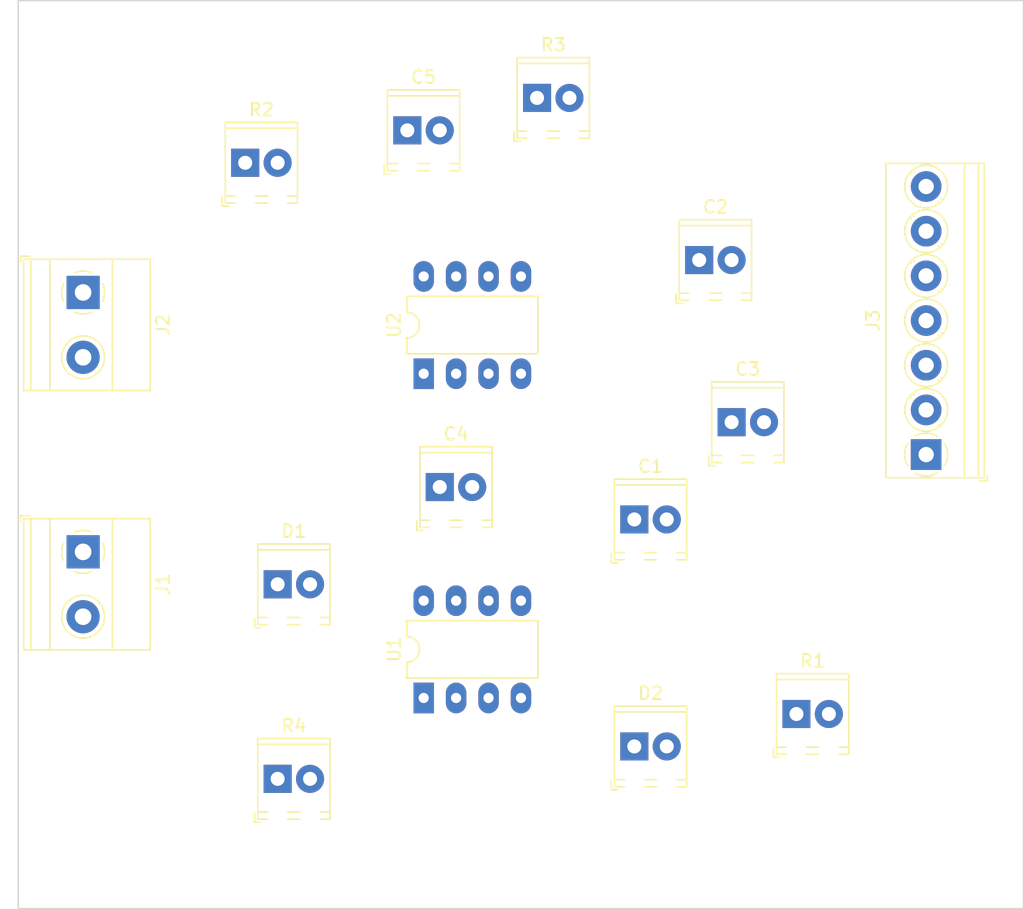
<source format=kicad_pcb>
(kicad_pcb (version 20211014) (generator pcbnew)
  (layers (0 "F.Cu" signal) (31 "B.Cu" signal) (34 "B.Paste" user) (35 "F.Paste" user) (36 "B.SilkS" user "B.Silkscreen") (37 "F.SilkS" user "F.Silkscreen") (38 "B.Mask" user) (39 "F.Mask" user) (44 "Edge.Cuts" user))
  (net 0 "")
  (net 1 "VCC")
  (net 2 "GND")
  (net 3 "Net-(C3-Pad1)")
  (net 4 "Net-(C3-Pad2)")
  (net 5 "Net-(C4-Pad1)")
  (net 6 "Net-(C4-Pad2)")
  (net 7 "VDD")
  (net 8 "Net-(J1-Pad1)")
  (net 9 "Net-(J1-Pad2)")
  (net 10 "Net-(J2-Pad1)")
  (net 11 "Net-(J2-Pad2)")
  (net 12 "Net-(J3-Pad3)")
  (net 13 "Net-(J3-Pad4)")
  (net 14 "Net-(J3-Pad5)")
  (net 15 "Net-(J3-Pad6)")
  (net 16 "Net-(R1-Pad2)")
  (net 17 "Net-(R2-Pad2)")
  (net 18 "Net-(R3-Pad2)")
  (net 19 "Net-(R4-Pad2)")
  (footprint "Package_DIP:DIP-8_W7.62mm_LongPads" (layer "F.Cu") (at 138.44 125.745 90)
    (fp_text reference "U1" (at 3.81 -2.33 90) (layer "F.SilkS"))
    (fp_text value "IR2184")
    (fp_line (start 1.56 8.95) (end 6.06 8.95) (layer "F.SilkS") (width 0.12))
    (fp_line (start 6.06 -1.33) (end 4.81 -1.33) (layer "F.SilkS") (width 0.12))
    (fp_line (start 1.56 -1.33) (end 1.56 8.95) (layer "F.SilkS") (width 0.12))
    (fp_line (start 2.81 -1.33) (end 1.56 -1.33) (layer "F.SilkS") (width 0.12))
    (fp_line (start 6.06 8.95) (end 6.06 -1.33) (layer "F.SilkS") (width 0.12))
    (fp_arc (start 4.81 -1.33) (mid 3.81 -0.33) (end 2.81 -1.33) (layer "F.SilkS") (width 0.12))
    (pad "1" thru_hole rect (at 0 0 90) (size 2.4 1.6) (drill 0.8) (layers *.Cu *.Mask) (net 9 "Net-(J1-Pad2)"))
    (pad "2" thru_hole oval (at 0 2.54 90) (size 2.4 1.6) (drill 0.8) (layers *.Cu *.Mask) (net 8 "Net-(J1-Pad1)"))
    (pad "3" thru_hole oval (at 0 5.08 90) (size 2.4 1.6) (drill 0.8) (layers *.Cu *.Mask) (net 2 "GND"))
    (pad "4" thru_hole oval (at 0 7.62 90) (size 2.4 1.6) (drill 0.8) (layers *.Cu *.Mask) (net 17 "Net-(R2-Pad2)"))
    (pad "5" thru_hole oval (at 7.62 7.62 90) (size 2.4 1.6) (drill 0.8) (layers *.Cu *.Mask) (net 1 "VCC"))
    (pad "6" thru_hole oval (at 7.62 5.08 90) (size 2.4 1.6) (drill 0.8) (layers *.Cu *.Mask) (net 4 "Net-(C3-Pad2)"))
    (pad "7" thru_hole oval (at 7.62 2.54 90) (size 2.4 1.6) (drill 0.8) (layers *.Cu *.Mask) (net 16 "Net-(R1-Pad2)"))
    (pad "8" thru_hole oval (at 7.62 0 90) (size 2.4 1.6) (drill 0.8) (layers *.Cu *.Mask) (net 3 "Net-(C3-Pad1)"))
  )
  (footprint "TerminalBlock_Phoenix:TerminalBlock_Phoenix_MPT-0,5-2-2.54_1x02_P2.54mm_Horizontal" (layer "F.Cu") (at 154.94 129.54)
    (fp_text reference "D2" (at 1.27 -4.16) (layer "F.SilkS"))
    (fp_text value "D")
    (fp_line (start -1.56 -2.7) (end 4.1 -2.7) (layer "F.SilkS") (width 0.12))
    (fp_line (start 4.1 -3.16) (end 4.1 3.16) (layer "F.SilkS") (width 0.12))
    (fp_line (start -1.8 3.4) (end -1.3 3.4) (layer "F.SilkS") (width 0.12))
    (fp_line (start 3.33 3.16) (end 4.1 3.16) (layer "F.SilkS") (width 0.12))
    (fp_line (start 0.79 3.16) (end 1.75 3.16) (layer "F.SilkS") (width 0.12))
    (fp_line (start -1.8 2.66) (end -1.8 3.4) (layer "F.SilkS") (width 0.12))
    (fp_line (start -1.56 3.16) (end -0.79 3.16) (layer "F.SilkS") (width 0.12))
    (fp_line (start 0.79 2.6) (end 1.75 2.6) (layer "F.SilkS") (width 0.12))
    (fp_line (start -1.56 -3.16) (end 4.1 -3.16) (layer "F.SilkS") (width 0.12))
    (fp_line (start -1.56 -3.16) (end -1.56 3.16) (layer "F.SilkS") (width 0.12))
    (fp_line (start 3.33 2.6) (end 4.1 2.6) (layer "F.SilkS") (width 0.12))
    (fp_line (start -1.56 2.6) (end -0.79 2.6) (layer "F.SilkS") (width 0.12))
    (pad "" np_thru_hole circle (at 2.54 2.54) (size 1.1 1.1) (drill 1.1) (layers *.Cu *.Mask))
    (pad "" np_thru_hole circle (at 0 2.54) (size 1.1 1.1) (drill 1.1) (layers *.Cu *.Mask))
    (pad "1" thru_hole rect (at 0 0) (size 2.2 2.2) (drill 1.1) (layers *.Cu *.Mask) (net 5 "Net-(C4-Pad1)"))
    (pad "2" thru_hole circle (at 2.54 0) (size 2.2 2.2) (drill 1.1) (layers *.Cu *.Mask) (net 1 "VCC"))
  )
  (footprint "TerminalBlock_Phoenix:TerminalBlock_Phoenix_MPT-0,5-2-2.54_1x02_P2.54mm_Horizontal" (layer "F.Cu") (at 167.64 127)
    (fp_text reference "R1" (at 1.27 -4.16) (layer "F.SilkS"))
    (fp_text value "R_US")
    (fp_line (start -1.56 -2.7) (end 4.1 -2.7) (layer "F.SilkS") (width 0.12))
    (fp_line (start -1.8 2.66) (end -1.8 3.4) (layer "F.SilkS") (width 0.12))
    (fp_line (start -1.56 3.16) (end -0.79 3.16) (layer "F.SilkS") (width 0.12))
    (fp_line (start -1.56 -3.16) (end 4.1 -3.16) (layer "F.SilkS") (width 0.12))
    (fp_line (start 3.33 2.6) (end 4.1 2.6) (layer "F.SilkS") (width 0.12))
    (fp_line (start -1.56 2.6) (end -0.79 2.6) (layer "F.SilkS") (width 0.12))
    (fp_line (start 3.33 3.16) (end 4.1 3.16) (layer "F.SilkS") (width 0.12))
    (fp_line (start 0.79 2.6) (end 1.75 2.6) (layer "F.SilkS") (width 0.12))
    (fp_line (start -1.56 -3.16) (end -1.56 3.16) (layer "F.SilkS") (width 0.12))
    (fp_line (start 0.79 3.16) (end 1.75 3.16) (layer "F.SilkS") (width 0.12))
    (fp_line (start 4.1 -3.16) (end 4.1 3.16) (layer "F.SilkS") (width 0.12))
    (fp_line (start -1.8 3.4) (end -1.3 3.4) (layer "F.SilkS") (width 0.12))
    (pad "" np_thru_hole circle (at 0 2.54) (size 1.1 1.1) (drill 1.1) (layers *.Cu *.Mask))
    (pad "" np_thru_hole circle (at 2.54 2.54) (size 1.1 1.1) (drill 1.1) (layers *.Cu *.Mask))
    (pad "1" thru_hole rect (at 0 0) (size 2.2 2.2) (drill 1.1) (layers *.Cu *.Mask) (net 15 "Net-(J3-Pad6)"))
    (pad "2" thru_hole circle (at 2.54 0) (size 2.2 2.2) (drill 1.1) (layers *.Cu *.Mask) (net 16 "Net-(R1-Pad2)"))
  )
  (footprint "TerminalBlock_Phoenix:TerminalBlock_Phoenix_MPT-0,5-2-2.54_1x02_P2.54mm_Horizontal" (layer "F.Cu") (at 124.46 83.82)
    (fp_text reference "R2" (at 1.27 -4.16) (layer "F.SilkS"))
    (fp_text value "R_US")
    (fp_line (start 0.79 2.6) (end 1.75 2.6) (layer "F.SilkS") (width 0.12))
    (fp_line (start 4.1 -3.16) (end 4.1 3.16) (layer "F.SilkS") (width 0.12))
    (fp_line (start 0.79 3.16) (end 1.75 3.16) (layer "F.SilkS") (width 0.12))
    (fp_line (start -1.56 -2.7) (end 4.1 -2.7) (layer "F.SilkS") (width 0.12))
    (fp_line (start -1.56 3.16) (end -0.79 3.16) (layer "F.SilkS") (width 0.12))
    (fp_line (start -1.56 -3.16) (end -1.56 3.16) (layer "F.SilkS") (width 0.12))
    (fp_line (start -1.56 2.6) (end -0.79 2.6) (layer "F.SilkS") (width 0.12))
    (fp_line (start 3.33 3.16) (end 4.1 3.16) (layer "F.SilkS") (width 0.12))
    (fp_line (start -1.8 2.66) (end -1.8 3.4) (layer "F.SilkS") (width 0.12))
    (fp_line (start -1.8 3.4) (end -1.3 3.4) (layer "F.SilkS") (width 0.12))
    (fp_line (start -1.56 -3.16) (end 4.1 -3.16) (layer "F.SilkS") (width 0.12))
    (fp_line (start 3.33 2.6) (end 4.1 2.6) (layer "F.SilkS") (width 0.12))
    (pad "" np_thru_hole circle (at 0 2.54) (size 1.1 1.1) (drill 1.1) (layers *.Cu *.Mask))
    (pad "" np_thru_hole circle (at 2.54 2.54) (size 1.1 1.1) (drill 1.1) (layers *.Cu *.Mask))
    (pad "1" thru_hole rect (at 0 0) (size 2.2 2.2) (drill 1.1) (layers *.Cu *.Mask) (net 14 "Net-(J3-Pad5)"))
    (pad "2" thru_hole circle (at 2.54 0) (size 2.2 2.2) (drill 1.1) (layers *.Cu *.Mask) (net 17 "Net-(R2-Pad2)"))
  )
  (footprint "TerminalBlock_Phoenix:TerminalBlock_Phoenix_MPT-0,5-2-2.54_1x02_P2.54mm_Horizontal" (layer "F.Cu") (at 139.7 109.22)
    (fp_text reference "C4" (at 1.27 -4.16) (layer "F.SilkS"))
    (fp_text value "C_Polarized_US")
    (fp_line (start -1.56 -3.16) (end 4.1 -3.16) (layer "F.SilkS") (width 0.12))
    (fp_line (start 4.1 -3.16) (end 4.1 3.16) (layer "F.SilkS") (width 0.12))
    (fp_line (start -1.8 2.66) (end -1.8 3.4) (layer "F.SilkS") (width 0.12))
    (fp_line (start -1.56 -2.7) (end 4.1 -2.7) (layer "F.SilkS") (width 0.12))
    (fp_line (start 3.33 2.6) (end 4.1 2.6) (layer "F.SilkS") (width 0.12))
    (fp_line (start -1.56 -3.16) (end -1.56 3.16) (layer "F.SilkS") (width 0.12))
    (fp_line (start 3.33 3.16) (end 4.1 3.16) (layer "F.SilkS") (width 0.12))
    (fp_line (start -1.8 3.4) (end -1.3 3.4) (layer "F.SilkS") (width 0.12))
    (fp_line (start 0.79 3.16) (end 1.75 3.16) (layer "F.SilkS") (width 0.12))
    (fp_line (start -1.56 2.6) (end -0.79 2.6) (layer "F.SilkS") (width 0.12))
    (fp_line (start -1.56 3.16) (end -0.79 3.16) (layer "F.SilkS") (width 0.12))
    (fp_line (start 0.79 2.6) (end 1.75 2.6) (layer "F.SilkS") (width 0.12))
    (pad "" np_thru_hole circle (at 0 2.54) (size 1.1 1.1) (drill 1.1) (layers *.Cu *.Mask))
    (pad "" np_thru_hole circle (at 2.54 2.54) (size 1.1 1.1) (drill 1.1) (layers *.Cu *.Mask))
    (pad "1" thru_hole rect (at 0 0) (size 2.2 2.2) (drill 1.1) (layers *.Cu *.Mask) (net 5 "Net-(C4-Pad1)"))
    (pad "2" thru_hole circle (at 2.54 0) (size 2.2 2.2) (drill 1.1) (layers *.Cu *.Mask) (net 6 "Net-(C4-Pad2)"))
  )
  (footprint "TerminalBlock_Phoenix:TerminalBlock_Phoenix_MPT-0,5-2-2.54_1x02_P2.54mm_Horizontal" (layer "F.Cu") (at 137.16 81.28)
    (fp_text reference "C5" (at 1.27 -4.16) (layer "F.SilkS"))
    (fp_text value "C_Polarized_US")
    (fp_line (start -1.56 2.6) (end -0.79 2.6) (layer "F.SilkS") (width 0.12))
    (fp_line (start -1.8 2.66) (end -1.8 3.4) (layer "F.SilkS") (width 0.12))
    (fp_line (start -1.8 3.4) (end -1.3 3.4) (layer "F.SilkS") (width 0.12))
    (fp_line (start 3.33 2.6) (end 4.1 2.6) (layer "F.SilkS") (width 0.12))
    (fp_line (start -1.56 -3.16) (end 4.1 -3.16) (layer "F.SilkS") (width 0.12))
    (fp_line (start -1.56 -2.7) (end 4.1 -2.7) (layer "F.SilkS") (width 0.12))
    (fp_line (start 0.79 3.16) (end 1.75 3.16) (layer "F.SilkS") (width 0.12))
    (fp_line (start 3.33 3.16) (end 4.1 3.16) (layer "F.SilkS") (width 0.12))
    (fp_line (start -1.56 3.16) (end -0.79 3.16) (layer "F.SilkS") (width 0.12))
    (fp_line (start 4.1 -3.16) (end 4.1 3.16) (layer "F.SilkS") (width 0.12))
    (fp_line (start 0.79 2.6) (end 1.75 2.6) (layer "F.SilkS") (width 0.12))
    (fp_line (start -1.56 -3.16) (end -1.56 3.16) (layer "F.SilkS") (width 0.12))
    (pad "" np_thru_hole circle (at 2.54 2.54) (size 1.1 1.1) (drill 1.1) (layers *.Cu *.Mask))
    (pad "" np_thru_hole circle (at 0 2.54) (size 1.1 1.1) (drill 1.1) (layers *.Cu *.Mask))
    (pad "1" thru_hole rect (at 0 0) (size 2.2 2.2) (drill 1.1) (layers *.Cu *.Mask) (net 7 "VDD"))
    (pad "2" thru_hole circle (at 2.54 0) (size 2.2 2.2) (drill 1.1) (layers *.Cu *.Mask) (net 2 "GND"))
  )
  (footprint "Package_DIP:DIP-8_W7.62mm_LongPads" (layer "F.Cu") (at 138.44 100.345 90)
    (fp_text reference "U2" (at 3.81 -2.33 90) (layer "F.SilkS"))
    (fp_text value "IR2184")
    (fp_line (start 6.06 8.95) (end 6.06 -1.33) (layer "F.SilkS") (width 0.12))
    (fp_line (start 1.56 -1.33) (end 1.56 8.95) (layer "F.SilkS") (width 0.12))
    (fp_line (start 6.06 -1.33) (end 4.81 -1.33) (layer "F.SilkS") (width 0.12))
    (fp_line (start 1.56 8.95) (end 6.06 8.95) (layer "F.SilkS") (width 0.12))
    (fp_line (start 2.81 -1.33) (end 1.56 -1.33) (layer "F.SilkS") (width 0.12))
    (fp_arc (start 4.81 -1.33) (mid 3.81 -0.33) (end 2.81 -1.33) (layer "F.SilkS") (width 0.12))
    (pad "1" thru_hole rect (at 0 0 90) (size 2.4 1.6) (drill 0.8) (layers *.Cu *.Mask) (net 11 "Net-(J2-Pad2)"))
    (pad "2" thru_hole oval (at 0 2.54 90) (size 2.4 1.6) (drill 0.8) (layers *.Cu *.Mask) (net 10 "Net-(J2-Pad1)"))
    (pad "3" thru_hole oval (at 0 5.08 90) (size 2.4 1.6) (drill 0.8) (layers *.Cu *.Mask) (net 2 "GND"))
    (pad "4" thru_hole oval (at 0 7.62 90) (size 2.4 1.6) (drill 0.8) (layers *.Cu *.Mask) (net 19 "Net-(R4-Pad2)"))
    (pad "5" thru_hole oval (at 7.62 7.62 90) (size 2.4 1.6) (drill 0.8) (layers *.Cu *.Mask) (net 1 "VCC"))
    (pad "6" thru_hole oval (at 7.62 5.08 90) (size 2.4 1.6) (drill 0.8) (layers *.Cu *.Mask) (net 6 "Net-(C4-Pad2)"))
    (pad "7" thru_hole oval (at 7.62 2.54 90) (size 2.4 1.6) (drill 0.8) (layers *.Cu *.Mask) (net 18 "Net-(R3-Pad2)"))
    (pad "8" thru_hole oval (at 7.62 0 90) (size 2.4 1.6) (drill 0.8) (layers *.Cu *.Mask) (net 5 "Net-(C4-Pad1)"))
  )
  (footprint "TerminalBlock_Phoenix:TerminalBlock_Phoenix_MKDS-1,5-2-5.08_1x02_P5.08mm_Horizontal" (layer "F.Cu") (at 111.76 114.3 -90)
    (fp_text reference "J1" (at 2.54 -6.26 90) (layer "F.SilkS"))
    (fp_text value "Screw_Terminal_01x02")
    (fp_line (start -2.6 4.66) (end 7.68 4.66) (layer "F.SilkS") (width 0.12))
    (fp_line (start -2.84 4.16) (end -2.84 4.9) (layer "F.SilkS") (width 0.12))
    (fp_line (start 6.355 -1.069) (end 6.308 -1.023) (layer "F.SilkS") (width 0.12))
    (fp_line (start -2.6 -2.301) (end 7.68 -2.301) (layer "F.SilkS") (width 0.12))
    (fp_line (start -2.84 4.9) (end -2.34 4.9) (layer "F.SilkS") (width 0.12))
    (fp_line (start 7.68 -5.261) (end 7.68 4.66) (layer "F.SilkS") (width 0.12))
    (fp_line (start -2.6 4.1) (end 7.68 4.1) (layer "F.SilkS") (width 0.12))
    (fp_line (start -2.6 -5.261) (end -2.6 4.66) (layer "F.SilkS") (width 0.12))
    (fp_line (start -2.6 -5.261) (end 7.68 -5.261) (layer "F.SilkS") (width 0.12))
    (fp_line (start 4.046 1.239) (end 4.011 1.274) (layer "F.SilkS") (width 0.12))
    (fp_line (start 3.853 1.023) (end 3.806 1.069) (layer "F.SilkS") (width 0.12))
    (fp_line (start -2.6 2.6) (end 7.68 2.6) (layer "F.SilkS") (width 0.12))
    (fp_line (start 6.15 -1.275) (end 6.115 -1.239) (layer "F.SilkS") (width 0.12))
    (fp_arc (start 0.683318 1.534756) (mid 0.349292 1.643288) (end 0 1.68) (layer "F.SilkS") (width 0.12))
    (fp_arc (start 0.028805 1.680253) (mid -0.335551 1.646659) (end -0.684 1.535) (layer "F.SilkS") (width 0.12))
    (fp_arc (start -1.535427 0.683042) (mid -1.680501 -0.000524) (end -1.535 -0.684) (layer "F.SilkS") (width 0.12))
    (fp_arc (start -0.683042 -1.535427) (mid 0.000524 -1.680501) (end 0.684 -1.535) (layer "F.SilkS") (width 0.12))
    (fp_arc (start 1.535427 -0.683042) (mid 1.680501 0.000524) (end 1.535 0.684) (layer "F.SilkS") (width 0.12))
    (fp_circle (center 5.08 0) (end 6.76 0) (layer "F.SilkS") (width 0.12) (fill none))
    (pad "1" thru_hole rect (at 0 0 270) (size 2.6 2.6) (drill 1.3) (layers *.Cu *.Mask) (net 8 "Net-(J1-Pad1)"))
    (pad "2" thru_hole circle (at 5.08 0 270) (size 2.6 2.6) (drill 1.3) (layers *.Cu *.Mask) (net 9 "Net-(J1-Pad2)"))
  )
  (footprint "TerminalBlock_Phoenix:TerminalBlock_Phoenix_PT-1,5-7-3.5-H_1x07_P3.50mm_Horizontal" (layer "F.Cu") (at 177.8 106.68 90)
    (fp_text reference "J3" (at 10.5 -4.16 90) (layer "F.SilkS"))
    (fp_text value "Screw_Terminal_01x07")
    (fp_line (start 16.525 1.181) (end 16.431 1.274) (layer "F.SilkS") (width 0.12))
    (fp_line (start 22.275 -1.069) (end 22.146 -0.941) (layer "F.SilkS") (width 0.12))
    (fp_line (start 13.025 1.181) (end 12.931 1.274) (layer "F.SilkS") (width 0.12))
    (fp_line (start 20.025 1.181) (end 19.931 1.274) (layer "F.SilkS") (width 0.12))
    (fp_line (start 19.855 0.941) (end 19.726 1.069) (layer "F.SilkS") (width 0.12))
    (fp_line (start -2.05 4.8) (end -1.65 4.8) (layer "F.SilkS") (width 0.12))
    (fp_line (start -1.81 -3.16) (end -1.81 4.56) (layer "F.SilkS") (width 0.12))
    (fp_line (start 5.855 0.941) (end 5.726 1.069) (layer "F.SilkS") (width 0.12))
    (fp_line (start 8.07 -1.275) (end 7.976 -1.181) (layer "F.SilkS") (width 0.12))
    (fp_line (start 4.775 -1.069) (end 4.646 -0.941) (layer "F.SilkS") (width 0.12))
    (fp_line (start 11.57 -1.275) (end 11.476 -1.181) (layer "F.SilkS") (width 0.12))
    (fp_line (start 4.57 -1.275) (end 4.476 -1.181) (layer "F.SilkS") (width 0.12))
    (fp_line (start 6.025 1.181) (end 5.931 1.274) (layer "F.SilkS") (width 0.12))
    (fp_line (start 2.355 0.941) (end 2.226 1.069) (layer "F.SilkS") (width 0.12))
    (fp_line (start 8.275 -1.069) (end 8.146 -0.941) (layer "F.SilkS") (width 0.12))
    (fp_line (start -1.81 4.1) (end 22.81 4.1) (layer "F.SilkS") (width 0.12))
    (fp_line (start 22.81 -3.16) (end 22.81 4.56) (layer "F.SilkS") (width 0.12))
    (fp_line (start 16.355 0.941) (end 16.226 1.069) (layer "F.SilkS") (width 0.12))
    (fp_line (start 18.57 -1.275) (end 18.476 -1.181) (layer "F.SilkS") (width 0.12))
    (fp_line (start 9.355 0.941) (end 9.226 1.069) (layer "F.SilkS") (width 0.12))
    (fp_line (start 15.07 -1.275) (end 14.976 -1.181) (layer "F.SilkS") (width 0.12))
    (fp_line (start 18.775 -1.069) (end 18.646 -0.941) (layer "F.SilkS") (width 0.12))
    (fp_line (start 12.855 0.941) (end 12.726 1.069) (layer "F.SilkS") (width 0.12))
    (fp_line (start 9.525 1.181) (end 9.431 1.274) (layer "F.SilkS") (width 0.12))
    (fp_line (start -1.81 -3.16) (end 22.81 -3.16) (layer "F.SilkS") (width 0.12))
    (fp_line (start -2.05 4.16) (end -2.05 4.8) (layer "F.SilkS") (width 0.12))
    (fp_line (start 2.525 1.181) (end 2.431 1.274) (layer "F.SilkS") (width 0.12))
    (fp_line (start -1.81 4.56) (end 22.81 4.56) (layer "F.SilkS") (width 0.12))
    (fp_line (start 22.07 -1.275) (end 21.976 -1.181) (layer "F.SilkS") (width 0.12))
    (fp_line (start 15.275 -1.069) (end 15.146 -0.941) (layer "F.SilkS") (width 0.12))
    (fp_line (start -1.81 3) (end 22.81 3) (layer "F.SilkS") (width 0.12))
    (fp_line (start 11.775 -1.069) (end 11.646 -0.941) (layer "F.SilkS") (width 0.12))
    (fp_arc (start 1.425504 -0.890193) (mid 1.680626 0.000476) (end 1.425 0.891) (layer "F.SilkS") (width 0.12))
    (fp_arc (start -0.889894 -1.425358) (mid -0.014012 -1.680286) (end 0.866 -1.44) (layer "F.SilkS") (width 0.12))
    (fp_arc (start 0.028674 1.680099) (mid -0.435535 1.622918) (end -0.866 1.44) (layer "F.SilkS") (width 0.12))
    (fp_arc (start -1.425358 0.889894) (mid -1.680286 0.014012) (end -1.44 -0.866) (layer "F.SilkS") (width 0.12))
    (fp_arc (start 0.890264 1.424721) (mid 0.463071 1.61492) (end 0 1.68) (layer "F.SilkS") (width 0.12))
    (fp_circle (center 3.5 0) (end 5.18 0) (layer "F.SilkS") (width 0.12) (fill none))
    (fp_circle (center 17.5 0) (end 19.18 0) (layer "F.SilkS") (width 0.12) (fill none))
    (fp_circle (center 14 0) (end 15.68 0) (layer "F.SilkS") (width 0.12) (fill none))
    (fp_circle (center 7 0) (end 8.68 0) (layer "F.SilkS") (width 0.12) (fill none))
    (fp_circle (center 10.5 0) (end 12.18 0) (layer "F.SilkS") (width 0.12) (fill none))
    (fp_circle (center 21 0) (end 22.68 0) (layer "F.SilkS") (width 0.12) (fill none))
    (pad "1" thru_hole rect (at 0 0 90) (size 2.4 2.4) (drill 1.2) (layers *.Cu *.Mask) (net 2 "GND"))
    (pad "2" thru_hole circle (at 3.5 0 90) (size 2.4 2.4) (drill 1.2) (layers *.Cu *.Mask) (net 2 "GND"))
    (pad "3" thru_hole circle (at 7 0 90) (size 2.4 2.4) (drill 1.2) (layers *.Cu *.Mask) (net 12 "Net-(J3-Pad3)"))
    (pad "4" thru_hole circle (at 10.5 0 90) (size 2.4 2.4) (drill 1.2) (layers *.Cu *.Mask) (net 13 "Net-(J3-Pad4)"))
    (pad "5" thru_hole circle (at 14 0 90) (size 2.4 2.4) (drill 1.2) (layers *.Cu *.Mask) (net 14 "Net-(J3-Pad5)"))
    (pad "6" thru_hole circle (at 17.5 0 90) (size 2.4 2.4) (drill 1.2) (layers *.Cu *.Mask) (net 15 "Net-(J3-Pad6)"))
    (pad "7" thru_hole circle (at 21 0 90) (size 2.4 2.4) (drill 1.2) (layers *.Cu *.Mask) (net 7 "VDD"))
  )
  (footprint "TerminalBlock_Phoenix:TerminalBlock_Phoenix_MPT-0,5-2-2.54_1x02_P2.54mm_Horizontal" (layer "F.Cu") (at 127 116.84)
    (fp_text reference "D1" (at 1.27 -4.16) (layer "F.SilkS"))
    (fp_text value "D")
    (fp_line (start -1.56 3.16) (end -0.79 3.16) (layer "F.SilkS") (width 0.12))
    (fp_line (start 0.79 3.16) (end 1.75 3.16) (layer "F.SilkS") (width 0.12))
    (fp_line (start 0.79 2.6) (end 1.75 2.6) (layer "F.SilkS") (width 0.12))
    (fp_line (start -1.56 -2.7) (end 4.1 -2.7) (layer "F.SilkS") (width 0.12))
    (fp_line (start -1.56 -3.16) (end 4.1 -3.16) (layer "F.SilkS") (width 0.12))
    (fp_line (start -1.8 3.4) (end -1.3 3.4) (layer "F.SilkS") (width 0.12))
    (fp_line (start 3.33 2.6) (end 4.1 2.6) (layer "F.SilkS") (width 0.12))
    (fp_line (start -1.56 -3.16) (end -1.56 3.16) (layer "F.SilkS") (width 0.12))
    (fp_line (start -1.8 2.66) (end -1.8 3.4) (layer "F.SilkS") (width 0.12))
    (fp_line (start -1.56 2.6) (end -0.79 2.6) (layer "F.SilkS") (width 0.12))
    (fp_line (start 4.1 -3.16) (end 4.1 3.16) (layer "F.SilkS") (width 0.12))
    (fp_line (start 3.33 3.16) (end 4.1 3.16) (layer "F.SilkS") (width 0.12))
    (pad "" np_thru_hole circle (at 2.54 2.54) (size 1.1 1.1) (drill 1.1) (layers *.Cu *.Mask))
    (pad "" np_thru_hole circle (at 0 2.54) (size 1.1 1.1) (drill 1.1) (layers *.Cu *.Mask))
    (pad "1" thru_hole rect (at 0 0) (size 2.2 2.2) (drill 1.1) (layers *.Cu *.Mask) (net 3 "Net-(C3-Pad1)"))
    (pad "2" thru_hole circle (at 2.54 0) (size 2.2 2.2) (drill 1.1) (layers *.Cu *.Mask) (net 1 "VCC"))
  )
  (footprint "TerminalBlock_Phoenix:TerminalBlock_Phoenix_MPT-0,5-2-2.54_1x02_P2.54mm_Horizontal" (layer "F.Cu") (at 127 132.08)
    (fp_text reference "R4" (at 1.27 -4.16) (layer "F.SilkS"))
    (fp_text value "R_US")
    (fp_line (start 4.1 -3.16) (end 4.1 3.16) (layer "F.SilkS") (width 0.12))
    (fp_line (start -1.56 -2.7) (end 4.1 -2.7) (layer "F.SilkS") (width 0.12))
    (fp_line (start -1.56 3.16) (end -0.79 3.16) (layer "F.SilkS") (width 0.12))
    (fp_line (start -1.8 3.4) (end -1.3 3.4) (layer "F.SilkS") (width 0.12))
    (fp_line (start 3.33 3.16) (end 4.1 3.16) (layer "F.SilkS") (width 0.12))
    (fp_line (start -1.8 2.66) (end -1.8 3.4) (layer "F.SilkS") (width 0.12))
    (fp_line (start -1.56 -3.16) (end -1.56 3.16) (layer "F.SilkS") (width 0.12))
    (fp_line (start -1.56 -3.16) (end 4.1 -3.16) (layer "F.SilkS") (width 0.12))
    (fp_line (start -1.56 2.6) (end -0.79 2.6) (layer "F.SilkS") (width 0.12))
    (fp_line (start 0.79 2.6) (end 1.75 2.6) (layer "F.SilkS") (width 0.12))
    (fp_line (start 3.33 2.6) (end 4.1 2.6) (layer "F.SilkS") (width 0.12))
    (fp_line (start 0.79 3.16) (end 1.75 3.16) (layer "F.SilkS") (width 0.12))
    (pad "" np_thru_hole circle (at 2.54 2.54) (size 1.1 1.1) (drill 1.1) (layers *.Cu *.Mask))
    (pad "" np_thru_hole circle (at 0 2.54) (size 1.1 1.1) (drill 1.1) (layers *.Cu *.Mask))
    (pad "1" thru_hole rect (at 0 0) (size 2.2 2.2) (drill 1.1) (layers *.Cu *.Mask) (net 12 "Net-(J3-Pad3)"))
    (pad "2" thru_hole circle (at 2.54 0) (size 2.2 2.2) (drill 1.1) (layers *.Cu *.Mask) (net 19 "Net-(R4-Pad2)"))
  )
  (footprint "TerminalBlock_Phoenix:TerminalBlock_Phoenix_MPT-0,5-2-2.54_1x02_P2.54mm_Horizontal" (layer "F.Cu") (at 147.32 78.74)
    (fp_text reference "R3" (at 1.27 -4.16) (layer "F.SilkS"))
    (fp_text value "R_US")
    (fp_line (start 3.33 2.6) (end 4.1 2.6) (layer "F.SilkS") (width 0.12))
    (fp_line (start 0.79 2.6) (end 1.75 2.6) (layer "F.SilkS") (width 0.12))
    (fp_line (start 3.33 3.16) (end 4.1 3.16) (layer "F.SilkS") (width 0.12))
    (fp_line (start -1.56 -3.16) (end 4.1 -3.16) (layer "F.SilkS") (width 0.12))
    (fp_line (start 0.79 3.16) (end 1.75 3.16) (layer "F.SilkS") (width 0.12))
    (fp_line (start -1.56 -3.16) (end -1.56 3.16) (layer "F.SilkS") (width 0.12))
    (fp_line (start -1.56 3.16) (end -0.79 3.16) (layer "F.SilkS") (width 0.12))
    (fp_line (start -1.8 3.4) (end -1.3 3.4) (layer "F.SilkS") (width 0.12))
    (fp_line (start -1.56 2.6) (end -0.79 2.6) (layer "F.SilkS") (width 0.12))
    (fp_line (start 4.1 -3.16) (end 4.1 3.16) (layer "F.SilkS") (width 0.12))
    (fp_line (start -1.8 2.66) (end -1.8 3.4) (layer "F.SilkS") (width 0.12))
    (fp_line (start -1.56 -2.7) (end 4.1 -2.7) (layer "F.SilkS") (width 0.12))
    (pad "" np_thru_hole circle (at 2.54 2.54) (size 1.1 1.1) (drill 1.1) (layers *.Cu *.Mask))
    (pad "" np_thru_hole circle (at 0 2.54) (size 1.1 1.1) (drill 1.1) (layers *.Cu *.Mask))
    (pad "1" thru_hole rect (at 0 0) (size 2.2 2.2) (drill 1.1) (layers *.Cu *.Mask) (net 13 "Net-(J3-Pad4)"))
    (pad "2" thru_hole circle (at 2.54 0) (size 2.2 2.2) (drill 1.1) (layers *.Cu *.Mask) (net 18 "Net-(R3-Pad2)"))
  )
  (footprint "TerminalBlock_Phoenix:TerminalBlock_Phoenix_MPT-0,5-2-2.54_1x02_P2.54mm_Horizontal" (layer "F.Cu") (at 162.56 104.14)
    (fp_text reference "C3" (at 1.27 -4.16) (layer "F.SilkS"))
    (fp_text value "C_Polarized_US")
    (fp_line (start 0.79 2.6) (end 1.75 2.6) (layer "F.SilkS") (width 0.12))
    (fp_line (start -1.8 2.66) (end -1.8 3.4) (layer "F.SilkS") (width 0.12))
    (fp_line (start -1.56 -2.7) (end 4.1 -2.7) (layer "F.SilkS") (width 0.12))
    (fp_line (start -1.56 -3.16) (end -1.56 3.16) (layer "F.SilkS") (width 0.12))
    (fp_line (start -1.8 3.4) (end -1.3 3.4) (layer "F.SilkS") (width 0.12))
    (fp_line (start 4.1 -3.16) (end 4.1 3.16) (layer "F.SilkS") (width 0.12))
    (fp_line (start -1.56 3.16) (end -0.79 3.16) (layer "F.SilkS") (width 0.12))
    (fp_line (start -1.56 2.6) (end -0.79 2.6) (layer "F.SilkS") (width 0.12))
    (fp_line (start -1.56 -3.16) (end 4.1 -3.16) (layer "F.SilkS") (width 0.12))
    (fp_line (start 3.33 2.6) (end 4.1 2.6) (layer "F.SilkS") (width 0.12))
    (fp_line (start 0.79 3.16) (end 1.75 3.16) (layer "F.SilkS") (width 0.12))
    (fp_line (start 3.33 3.16) (end 4.1 3.16) (layer "F.SilkS") (width 0.12))
    (pad "" np_thru_hole circle (at 0 2.54) (size 1.1 1.1) (drill 1.1) (layers *.Cu *.Mask))
    (pad "" np_thru_hole circle (at 2.54 2.54) (size 1.1 1.1) (drill 1.1) (layers *.Cu *.Mask))
    (pad "1" thru_hole rect (at 0 0) (size 2.2 2.2) (drill 1.1) (layers *.Cu *.Mask) (net 3 "Net-(C3-Pad1)"))
    (pad "2" thru_hole circle (at 2.54 0) (size 2.2 2.2) (drill 1.1) (layers *.Cu *.Mask) (net 4 "Net-(C3-Pad2)"))
  )
  (footprint "TerminalBlock_Phoenix:TerminalBlock_Phoenix_MPT-0,5-2-2.54_1x02_P2.54mm_Horizontal" (layer "F.Cu") (at 154.94 111.76)
    (fp_text reference "C1" (at 1.27 -4.16) (layer "F.SilkS"))
    (fp_text value "C_Polarized_US")
    (fp_line (start 0.79 3.16) (end 1.75 3.16) (layer "F.SilkS") (width 0.12))
    (fp_line (start -1.56 2.6) (end -0.79 2.6) (layer "F.SilkS") (width 0.12))
    (fp_line (start 4.1 -3.16) (end 4.1 3.16) (layer "F.SilkS") (width 0.12))
    (fp_line (start 3.33 2.6) (end 4.1 2.6) (layer "F.SilkS") (width 0.12))
    (fp_line (start -1.56 -2.7) (end 4.1 -2.7) (layer "F.SilkS") (width 0.12))
    (fp_line (start 0.79 2.6) (end 1.75 2.6) (layer "F.SilkS") (width 0.12))
    (fp_line (start -1.8 2.66) (end -1.8 3.4) (layer "F.SilkS") (width 0.12))
    (fp_line (start -1.8 3.4) (end -1.3 3.4) (layer "F.SilkS") (width 0.12))
    (fp_line (start 3.33 3.16) (end 4.1 3.16) (layer "F.SilkS") (width 0.12))
    (fp_line (start -1.56 3.16) (end -0.79 3.16) (layer "F.SilkS") (width 0.12))
    (fp_line (start -1.56 -3.16) (end -1.56 3.16) (layer "F.SilkS") (width 0.12))
    (fp_line (start -1.56 -3.16) (end 4.1 -3.16) (layer "F.SilkS") (width 0.12))
    (pad "" np_thru_hole circle (at 2.54 2.54) (size 1.1 1.1) (drill 1.1) (layers *.Cu *.Mask))
    (pad "" np_thru_hole circle (at 0 2.54) (size 1.1 1.1) (drill 1.1) (layers *.Cu *.Mask))
    (pad "1" thru_hole rect (at 0 0) (size 2.2 2.2) (drill 1.1) (layers *.Cu *.Mask) (net 1 "VCC"))
    (pad "2" thru_hole circle (at 2.54 0) (size 2.2 2.2) (drill 1.1) (layers *.Cu *.Mask) (net 2 "GND"))
  )
  (footprint "TerminalBlock_Phoenix:TerminalBlock_Phoenix_MPT-0,5-2-2.54_1x02_P2.54mm_Horizontal" (layer "F.Cu") (at 160.02 91.44)
    (fp_text reference "C2" (at 1.27 -4.16) (layer "F.SilkS"))
    (fp_text value "C_Polarized_US")
    (fp_line (start 0.79 2.6) (end 1.75 2.6) (layer "F.SilkS") (width 0.12))
    (fp_line (start -1.8 3.4) (end -1.3 3.4) (layer "F.SilkS") (width 0.12))
    (fp_line (start -1.8 2.66) (end -1.8 3.4) (layer "F.SilkS") (width 0.12))
    (fp_line (start 3.33 2.6) (end 4.1 2.6) (layer "F.SilkS") (width 0.12))
    (fp_line (start -1.56 -3.16) (end 4.1 -3.16) (layer "F.SilkS") (width 0.12))
    (fp_line (start 4.1 -3.16) (end 4.1 3.16) (layer "F.SilkS") (width 0.12))
    (fp_line (start 0.79 3.16) (end 1.75 3.16) (layer "F.SilkS") (width 0.12))
    (fp_line (start -1.56 2.6) (end -0.79 2.6) (layer "F.SilkS") (width 0.12))
    (fp_line (start -1.56 -2.7) (end 4.1 -2.7) (layer "F.SilkS") (width 0.12))
    (fp_line (start 3.33 3.16) (end 4.1 3.16) (layer "F.SilkS") (width 0.12))
    (fp_line (start -1.56 3.16) (end -0.79 3.16) (layer "F.SilkS") (width 0.12))
    (fp_line (start -1.56 -3.16) (end -1.56 3.16) (layer "F.SilkS") (width 0.12))
    (pad "" np_thru_hole circle (at 2.54 2.54) (size 1.1 1.1) (drill 1.1) (layers *.Cu *.Mask))
    (pad "" np_thru_hole circle (at 0 2.54) (size 1.1 1.1) (drill 1.1) (layers *.Cu *.Mask))
    (pad "1" thru_hole rect (at 0 0) (size 2.2 2.2) (drill 1.1) (layers *.Cu *.Mask) (net 1 "VCC"))
    (pad "2" thru_hole circle (at 2.54 0) (size 2.2 2.2) (drill 1.1) (layers *.Cu *.Mask) (net 2 "GND"))
  )
  (footprint "TerminalBlock_Phoenix:TerminalBlock_Phoenix_MKDS-1,5-2-5.08_1x02_P5.08mm_Horizontal" (layer "F.Cu") (at 111.76 93.98 -90)
    (fp_text reference "J2" (at 2.54 -6.26 90) (layer "F.SilkS"))
    (fp_text value "Screw_Terminal_01x02")
    (fp_line (start -2.6 4.66) (end 7.68 4.66) (layer "F.SilkS") (width 0.12))
    (fp_line (start -2.6 -2.301) (end 7.68 -2.301) (layer "F.SilkS") (width 0.12))
    (fp_line (start 6.15 -1.275) (end 6.115 -1.239) (layer "F.SilkS") (width 0.12))
    (fp_line (start -2.6 -5.261) (end -2.6 4.66) (layer "F.SilkS") (width 0.12))
    (fp_line (start -2.84 4.9) (end -2.34 4.9) (layer "F.SilkS") (width 0.12))
    (fp_line (start -2.6 2.6) (end 7.68 2.6) (layer "F.SilkS") (width 0.12))
    (fp_line (start 7.68 -5.261) (end 7.68 4.66) (layer "F.SilkS") (width 0.12))
    (fp_line (start -2.6 4.1) (end 7.68 4.1) (layer "F.SilkS") (width 0.12))
    (fp_line (start -2.84 4.16) (end -2.84 4.9) (layer "F.SilkS") (width 0.12))
    (fp_line (start 6.355 -1.069) (end 6.308 -1.023) (layer "F.SilkS") (width 0.12))
    (fp_line (start 3.853 1.023) (end 3.806 1.069) (layer "F.SilkS") (width 0.12))
    (fp_line (start -2.6 -5.261) (end 7.68 -5.261) (layer "F.SilkS") (width 0.12))
    (fp_line (start 4.046 1.239) (end 4.011 1.274) (layer "F.SilkS") (width 0.12))
    (fp_arc (start 1.535427 -0.683042) (mid 1.680501 0.000524) (end 1.535 0.684) (layer "F.SilkS") (width 0.12))
    (fp_arc (start 0.683318 1.534756) (mid 0.349292 1.643288) (end 0 1.68) (layer "F.SilkS") (width 0.12))
    (fp_arc (start -1.535427 0.683042) (mid -1.680501 -0.000524) (end -1.535 -0.684) (layer "F.SilkS") (width 0.12))
    (fp_arc (start 0.028805 1.680253) (mid -0.335551 1.646659) (end -0.684 1.535) (layer "F.SilkS") (width 0.12))
    (fp_arc (start -0.683042 -1.535427) (mid 0.000524 -1.680501) (end 0.684 -1.535) (layer "F.SilkS") (width 0.12))
    (fp_circle (center 5.08 0) (end 6.76 0) (layer "F.SilkS") (width 0.12) (fill none))
    (pad "1" thru_hole rect (at 0 0 270) (size 2.6 2.6) (drill 1.3) (layers *.Cu *.Mask) (net 10 "Net-(J2-Pad1)"))
    (pad "2" thru_hole circle (at 5.08 0 270) (size 2.6 2.6) (drill 1.3) (layers *.Cu *.Mask) (net 11 "Net-(J2-Pad2)"))
  )
  (gr_line (start 185.42 142.24) (end 185.42 71.12) (layer "Edge.Cuts") (width 0.1))
  (gr_line (start 106.68 71.12) (end 106.68 142.24) (layer "Edge.Cuts") (width 0.1))
  (gr_line (start 106.68 142.24) (end 185.42 142.24) (layer "Edge.Cuts") (width 0.1))
  (gr_line (start 185.42 71.12) (end 106.68 71.12) (layer "Edge.Cuts") (width 0.1))
)
</source>
